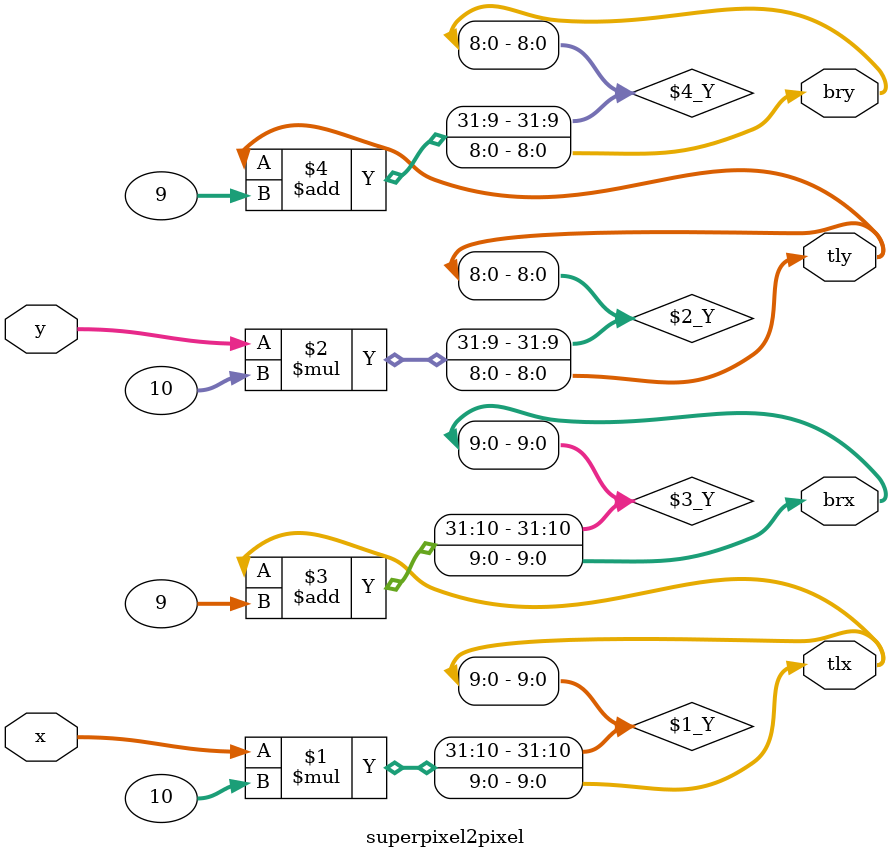
<source format=v>
module superpixel2pixel (
    x,
    y,
    tlx,
    tly,
    brx,
    bry
);

parameter SPIXEL_X_WIDTH    = 6;
parameter SPIXEL_Y_WIDTH    = 6;
parameter SPIXEL_X_MAX      = 63;
parameter SPIXEL_Y_MAX      = 47;
parameter PIXEL_X_WIDTH     = 10;
parameter PIXEL_Y_WIDTH     = 9;
parameter PIXEL_X_MAX       = 639;
parameter PIXEL_Y_MAX       = 479;

localparam PIXEL_X_MAX_1    = PIXEL_X_MAX + 1;
localparam SPIXEL_X_MAX_1   = SPIXEL_X_MAX + 1;
localparam SPIXEL_PHY       = PIXEL_X_MAX_1 / SPIXEL_X_MAX_1;

input [SPIXEL_X_WIDTH - 1 : 0] x;
input [SPIXEL_Y_WIDTH - 1 : 0] y;
output [PIXEL_X_WIDTH - 1 : 0] tlx;
output [PIXEL_Y_WIDTH - 1 : 0] tly;
output [PIXEL_X_WIDTH - 1 : 0] brx;
output [PIXEL_Y_WIDTH - 1 : 0] bry;

assign tlx = x * SPIXEL_PHY;
assign tly = y * SPIXEL_PHY;
assign brx = tlx + (SPIXEL_PHY - 1);
assign bry = tly + (SPIXEL_PHY - 1);

endmodule
</source>
